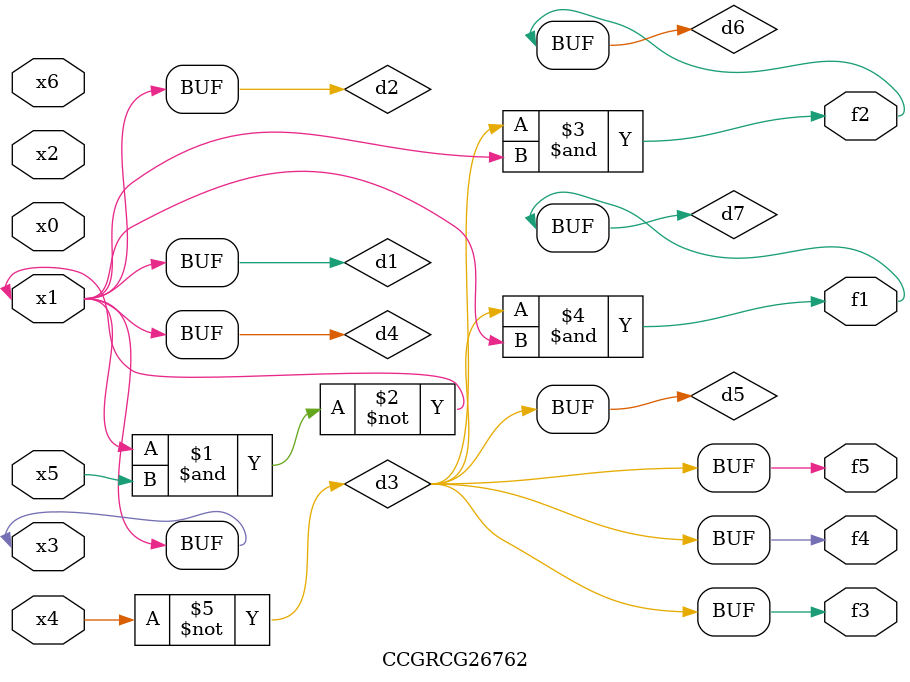
<source format=v>
module CCGRCG26762(
	input x0, x1, x2, x3, x4, x5, x6,
	output f1, f2, f3, f4, f5
);

	wire d1, d2, d3, d4, d5, d6, d7;

	buf (d1, x1, x3);
	nand (d2, x1, x5);
	not (d3, x4);
	buf (d4, d1, d2);
	buf (d5, d3);
	and (d6, d3, d4);
	and (d7, d3, d4);
	assign f1 = d7;
	assign f2 = d6;
	assign f3 = d5;
	assign f4 = d5;
	assign f5 = d5;
endmodule

</source>
